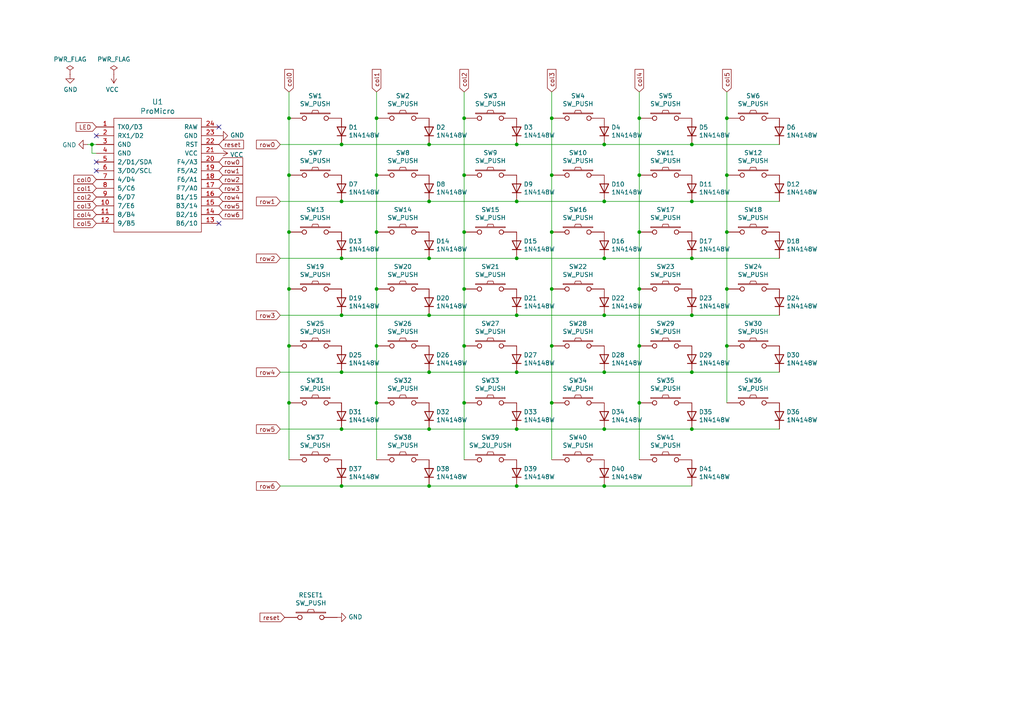
<source format=kicad_sch>
(kicad_sch (version 20230121) (generator eeschema)
  (paper "A4")
  (title_block (title "REVIUNG41") (date "2019-12-18") (rev "1.3"))
  (lib_symbols
    (symbol "Diode:1N4148W" (pin_numbers hide) (pin_names hide)
      (property "Reference" "D" (at 0 2.54 0))
      (property "Value" "1N4148W" (at 0 -2.54 0))
      (symbol "1N4148W_0_1"
        (polyline (pts (xy -1.27 1.27) (xy -1.27 -1.27)) (stroke (width 0.254)))
        (polyline (pts (xy 1.27 0) (xy -1.27 0)))
        (polyline (pts (xy 1.27 1.27) (xy 1.27 -1.27) (xy -1.27 0) (xy 1.27 1.27)) (stroke (width 0.254)))
      )
      (symbol "1N4148W_1_1"
        (pin passive line (at -3.81 0 0) (length 2.54) (name "K") (number "1"))
        (pin passive line (at 3.81 0 180) (length 2.54) (name "A") (number "2"))
      )
    )
    (symbol "power:GND" (power) (pin_names (offset 0))
      (property "Value" "GND" (at 0 -3.81 0))
      (symbol "GND_0_1"
        (polyline (pts (xy 0 0) (xy 0 -1.27) (xy 1.27 -1.27) (xy 0 -2.54) (xy -1.27 -1.27) (xy 0 -1.27)))
      )
      (symbol "GND_1_1"
        (pin power_in line (at 0 0 270) (length 0) hide (name "GND") (number "1"))
      )
    )
    (symbol "power:PWR_FLAG" (power) (pin_numbers hide) (pin_names (offset 0) hide)
      (property "Value" "PWR_FLAG" (at 0 3.81 0))
      (symbol "PWR_FLAG_0_0"
        (pin power_out line (at 0 0 90) (length 0) (name "pwr") (number "1"))
      )
      (symbol "PWR_FLAG_0_1"
        (polyline (pts (xy 0 0) (xy 0 1.27) (xy -1.016 1.905) (xy 0 2.54) (xy 1.016 1.905) (xy 0 1.27)))
      )
    )
    (symbol "power:VCC" (power) (pin_names (offset 0))
      (property "Value" "VCC" (at 0 3.81 0))
      (symbol "VCC_0_1"
        (polyline (pts (xy -0.762 1.27) (xy 0 2.54)))
        (polyline (pts (xy 0 0) (xy 0 2.54)))
        (polyline (pts (xy 0 2.54) (xy 0.762 1.27)))
      )
      (symbol "VCC_1_1"
        (pin power_in line (at 0 0 90) (length 0) hide (name "VCC") (number "1"))
      )
    )
    (symbol "reviungdash-rescue:ProMicro-_reviung-kbd" (pin_names (offset 1.016))
      (property "Reference" "U" (at 0 24.13 0))
      (property "Value" "_reviung-kbd_ProMicro" (at 0 -13.97 0))
      (symbol "ProMicro-_reviung-kbd_0_1"
        (rectangle (start -12.7 21.59) (end 12.7 -11.43))
      )
      (symbol "ProMicro-_reviung-kbd_1_1"
        (pin bidirectional line (at -17.78 19.05 0) (length 5.08) (name "TX0/D3") (number "1"))
        (pin bidirectional line (at -17.78 -3.81 0) (length 5.08) (name "7/E6") (number "10"))
        (pin bidirectional line (at -17.78 -6.35 0) (length 5.08) (name "8/B4") (number "11"))
        (pin bidirectional line (at -17.78 -8.89 0) (length 5.08) (name "9/B5") (number "12"))
        (pin bidirectional line (at 17.78 -8.89 180) (length 5.08) (name "B6/10") (number "13"))
        (pin bidirectional line (at 17.78 -6.35 180) (length 5.08) (name "B2/16") (number "14"))
        (pin bidirectional line (at 17.78 -3.81 180) (length 5.08) (name "B3/14") (number "15"))
        (pin bidirectional line (at 17.78 -1.27 180) (length 5.08) (name "B1/15") (number "16"))
        (pin bidirectional line (at 17.78 1.27 180) (length 5.08) (name "F7/A0") (number "17"))
        (pin bidirectional line (at 17.78 3.81 180) (length 5.08) (name "F6/A1") (number "18"))
        (pin bidirectional line (at 17.78 6.35 180) (length 5.08) (name "F5/A2") (number "19"))
        (pin bidirectional line (at -17.78 16.51 0) (length 5.08) (name "RX1/D2") (number "2"))
        (pin bidirectional line (at 17.78 8.89 180) (length 5.08) (name "F4/A3") (number "20"))
        (pin power_in line (at 17.78 11.43 180) (length 5.08) (name "VCC") (number "21"))
        (pin input line (at 17.78 13.97 180) (length 5.08) (name "RST") (number "22"))
        (pin power_in line (at 17.78 16.51 180) (length 5.08) (name "GND") (number "23"))
        (pin power_out line (at 17.78 19.05 180) (length 5.08) (name "RAW") (number "24"))
        (pin power_in line (at -17.78 13.97 0) (length 5.08) (name "GND") (number "3"))
        (pin power_in line (at -17.78 11.43 0) (length 5.08) (name "GND") (number "4"))
        (pin bidirectional line (at -17.78 8.89 0) (length 5.08) (name "2/D1/SDA") (number "5"))
        (pin bidirectional line (at -17.78 6.35 0) (length 5.08) (name "3/D0/SCL") (number "6"))
        (pin bidirectional line (at -17.78 3.81 0) (length 5.08) (name "4/D4") (number "7"))
        (pin bidirectional line (at -17.78 1.27 0) (length 5.08) (name "5/C6") (number "8"))
        (pin bidirectional line (at -17.78 -1.27 0) (length 5.08) (name "6/D7") (number "9"))
      )
    )
    (symbol "reviungdash-rescue:SW_PUSH-_reviung-kbd" (pin_numbers hide) (pin_names (offset 1.016) hide)
      (property "Reference" "SW" (at 3.81 2.794 0))
      (property "Value" "_reviung-kbd_SW_PUSH" (at 0 -2.032 0))
      (symbol "SW_PUSH-_reviung-kbd_0_1"
        (rectangle (start -4.318 1.27) (end 4.318 1.524))
        (polyline (pts (xy -1.016 1.524) (xy -0.762 2.286) (xy 0.762 2.286) (xy 1.016 1.524)))
        (pin passive inverted (at -7.62 0 0) (length 5.08) (name "1") (number "1"))
        (pin passive inverted (at 7.62 0 180) (length 5.08) (name "2") (number "2"))
      )
    )
  )
  (junction (at 109.22 67.31))
  (junction (at 210.82 100.33))
  (junction (at 175.26 91.44))
  (junction (at 185.42 83.82))
  (junction (at 134.62 100.33))
  (junction (at 149.86 41.91))
  (junction (at 124.46 140.97))
  (junction (at 149.86 91.44))
  (junction (at 99.06 140.97))
  (junction (at 200.66 107.95))
  (junction (at 99.06 124.46))
  (junction (at 134.62 34.29))
  (junction (at 185.42 116.84))
  (junction (at 124.46 107.95))
  (junction (at 185.42 50.8))
  (junction (at 149.86 124.46))
  (junction (at 185.42 67.31))
  (junction (at 200.66 58.42))
  (junction (at 134.62 83.82))
  (junction (at 175.26 124.46))
  (junction (at 124.46 74.93))
  (junction (at 210.82 67.31))
  (junction (at 200.66 91.44))
  (junction (at 109.22 100.33))
  (junction (at 134.62 67.31))
  (junction (at 200.66 41.91))
  (junction (at 109.22 50.8))
  (junction (at 149.86 74.93))
  (junction (at 99.06 41.91))
  (junction (at 175.26 74.93))
  (junction (at 160.02 67.31))
  (junction (at 160.02 50.8))
  (junction (at 160.02 34.29))
  (junction (at 175.26 58.42))
  (junction (at 83.82 83.82))
  (junction (at 160.02 116.84))
  (junction (at 109.22 116.84))
  (junction (at 210.82 34.29))
  (junction (at 185.42 100.33))
  (junction (at 83.82 50.8))
  (junction (at 26.67 41.91))
  (junction (at 160.02 100.33))
  (junction (at 175.26 41.91))
  (junction (at 83.82 34.29))
  (junction (at 124.46 91.44))
  (junction (at 109.22 34.29))
  (junction (at 124.46 58.42))
  (junction (at 83.82 67.31))
  (junction (at 99.06 91.44))
  (junction (at 109.22 83.82))
  (junction (at 175.26 107.95))
  (junction (at 210.82 83.82))
  (junction (at 149.86 140.97))
  (junction (at 149.86 107.95))
  (junction (at 99.06 58.42))
  (junction (at 99.06 74.93))
  (junction (at 99.06 107.95))
  (junction (at 124.46 124.46))
  (junction (at 83.82 116.84))
  (junction (at 160.02 83.82))
  (junction (at 185.42 34.29))
  (junction (at 149.86 58.42))
  (junction (at 200.66 124.46))
  (junction (at 210.82 50.8))
  (junction (at 124.46 41.91))
  (junction (at 175.26 140.97))
  (junction (at 134.62 116.84))
  (junction (at 134.62 50.8))
  (junction (at 83.82 100.33))
  (junction (at 200.66 74.93))
  (no_connect (at 27.94 46.99))
  (no_connect (at 63.5 64.77))
  (no_connect (at 27.94 49.53))
  (no_connect (at 63.5 36.83))
  (no_connect (at 27.94 39.37))
  (wire (pts (xy 210.82 34.29) (xy 210.82 50.8)))
  (wire (pts (xy 134.62 50.8) (xy 134.62 67.31)))
  (wire (pts (xy 81.28 140.97) (xy 99.06 140.97)))
  (wire (pts (xy 83.82 116.84) (xy 83.82 133.35)))
  (wire (pts (xy 200.66 74.93) (xy 226.06 74.93)))
  (wire (pts (xy 124.46 58.42) (xy 149.86 58.42)))
  (wire (pts (xy 200.66 124.46) (xy 226.06 124.46)))
  (wire (pts (xy 134.62 26.67) (xy 134.62 34.29)))
  (wire (pts (xy 175.26 91.44) (xy 200.66 91.44)))
  (wire (pts (xy 200.66 41.91) (xy 226.06 41.91)))
  (wire (pts (xy 134.62 34.29) (xy 134.62 50.8)))
  (wire (pts (xy 109.22 50.8) (xy 109.22 67.31)))
  (wire (pts (xy 200.66 91.44) (xy 226.06 91.44)))
  (wire (pts (xy 134.62 83.82) (xy 134.62 100.33)))
  (wire (pts (xy 160.02 67.31) (xy 160.02 83.82)))
  (wire (pts (xy 210.82 83.82) (xy 210.82 100.33)))
  (wire (pts (xy 83.82 100.33) (xy 83.82 116.84)))
  (wire (pts (xy 149.86 58.42) (xy 175.26 58.42)))
  (wire (pts (xy 134.62 100.33) (xy 134.62 116.84)))
  (wire (pts (xy 160.02 34.29) (xy 160.02 50.8)))
  (wire (pts (xy 149.86 41.91) (xy 175.26 41.91)))
  (wire (pts (xy 124.46 41.91) (xy 149.86 41.91)))
  (wire (pts (xy 200.66 107.95) (xy 226.06 107.95)))
  (wire (pts (xy 175.26 58.42) (xy 200.66 58.42)))
  (wire (pts (xy 81.28 107.95) (xy 99.06 107.95)))
  (wire (pts (xy 109.22 26.67) (xy 109.22 34.29)))
  (wire (pts (xy 185.42 50.8) (xy 185.42 67.31)))
  (wire (pts (xy 99.06 41.91) (xy 124.46 41.91)))
  (wire (pts (xy 109.22 83.82) (xy 109.22 100.33)))
  (wire (pts (xy 160.02 50.8) (xy 160.02 67.31)))
  (wire (pts (xy 185.42 83.82) (xy 185.42 100.33)))
  (wire (pts (xy 81.28 91.44) (xy 99.06 91.44)))
  (wire (pts (xy 83.82 83.82) (xy 83.82 100.33)))
  (wire (pts (xy 83.82 50.8) (xy 83.82 67.31)))
  (wire (pts (xy 134.62 67.31) (xy 134.62 83.82)))
  (wire (pts (xy 109.22 34.29) (xy 109.22 50.8)))
  (wire (pts (xy 124.46 140.97) (xy 149.86 140.97)))
  (wire (pts (xy 210.82 26.67) (xy 210.82 34.29)))
  (wire (pts (xy 160.02 26.67) (xy 160.02 34.29)))
  (wire (pts (xy 149.86 91.44) (xy 175.26 91.44)))
  (wire (pts (xy 81.28 58.42) (xy 99.06 58.42)))
  (wire (pts (xy 99.06 107.95) (xy 124.46 107.95)))
  (wire (pts (xy 124.46 91.44) (xy 149.86 91.44)))
  (wire (pts (xy 185.42 116.84) (xy 185.42 133.35)))
  (wire (pts (xy 83.82 67.31) (xy 83.82 83.82)))
  (wire (pts (xy 185.42 26.67) (xy 185.42 34.29)))
  (wire (pts (xy 134.62 116.84) (xy 134.62 133.35)))
  (wire (pts (xy 185.42 100.33) (xy 185.42 116.84)))
  (wire (pts (xy 210.82 67.31) (xy 210.82 83.82)))
  (wire (pts (xy 81.28 124.46) (xy 99.06 124.46)))
  (wire (pts (xy 124.46 107.95) (xy 149.86 107.95)))
  (wire (pts (xy 109.22 100.33) (xy 109.22 116.84)))
  (wire (pts (xy 81.28 41.91) (xy 99.06 41.91)))
  (wire (pts (xy 99.06 58.42) (xy 124.46 58.42)))
  (wire (pts (xy 27.94 41.91) (xy 26.67 41.91)))
  (wire (pts (xy 99.06 140.97) (xy 124.46 140.97)))
  (wire (pts (xy 175.26 41.91) (xy 200.66 41.91)))
  (wire (pts (xy 149.86 124.46) (xy 175.26 124.46)))
  (wire (pts (xy 99.06 74.93) (xy 124.46 74.93)))
  (wire (pts (xy 26.67 44.45) (xy 26.67 41.91)))
  (wire (pts (xy 26.67 41.91) (xy 25.4 41.91)))
  (wire (pts (xy 175.26 140.97) (xy 200.66 140.97)))
  (wire (pts (xy 99.06 124.46) (xy 124.46 124.46)))
  (wire (pts (xy 210.82 50.8) (xy 210.82 67.31)))
  (wire (pts (xy 99.06 91.44) (xy 124.46 91.44)))
  (wire (pts (xy 175.26 74.93) (xy 200.66 74.93)))
  (wire (pts (xy 109.22 67.31) (xy 109.22 83.82)))
  (wire (pts (xy 200.66 58.42) (xy 226.06 58.42)))
  (wire (pts (xy 185.42 67.31) (xy 185.42 83.82)))
  (wire (pts (xy 149.86 74.93) (xy 175.26 74.93)))
  (wire (pts (xy 175.26 107.95) (xy 200.66 107.95)))
  (wire (pts (xy 160.02 116.84) (xy 160.02 133.35)))
  (wire (pts (xy 160.02 100.33) (xy 160.02 116.84)))
  (wire (pts (xy 124.46 124.46) (xy 149.86 124.46)))
  (wire (pts (xy 109.22 116.84) (xy 109.22 133.35)))
  (wire (pts (xy 149.86 107.95) (xy 175.26 107.95)))
  (wire (pts (xy 149.86 140.97) (xy 175.26 140.97)))
  (wire (pts (xy 175.26 124.46) (xy 200.66 124.46)))
  (wire (pts (xy 210.82 116.84) (xy 210.82 100.33)))
  (wire (pts (xy 185.42 34.29) (xy 185.42 50.8)))
  (wire (pts (xy 83.82 26.67) (xy 83.82 34.29)))
  (wire (pts (xy 83.82 34.29) (xy 83.82 50.8)))
  (wire (pts (xy 81.28 74.93) (xy 99.06 74.93)))
  (wire (pts (xy 27.94 44.45) (xy 26.67 44.45)))
  (wire (pts (xy 160.02 83.82) (xy 160.02 100.33)))
  (wire (pts (xy 124.46 74.93) (xy 149.86 74.93)))
  (global_label "col1" (shape input) (at 27.94 54.61 180) (property "Intersheetrefs" "${INTERSHEET_REFS}" (effects hide)))
  (global_label "col3" (shape input) (at 27.94 59.69 180) (property "Intersheetrefs" "${INTERSHEET_REFS}" (effects hide)))
  (global_label "row5" (shape input) (at 63.5 59.69 0) (property "Intersheetrefs" "${INTERSHEET_REFS}" (effects hide)))
  (global_label "row6" (shape input) (at 81.28 140.97 180) (property "Intersheetrefs" "${INTERSHEET_REFS}" (effects hide)))
  (global_label "col4" (shape input) (at 27.94 62.23 180) (property "Intersheetrefs" "${INTERSHEET_REFS}" (effects hide)))
  (global_label "reset" (shape input) (at 82.55 179.07 180) (property "Intersheetrefs" "${INTERSHEET_REFS}" (effects hide)))
  (global_label "row0" (shape input) (at 81.28 41.91 180) (property "Intersheetrefs" "${INTERSHEET_REFS}" (effects hide)))
  (global_label "col5" (shape input) (at 27.94 64.77 180) (property "Intersheetrefs" "${INTERSHEET_REFS}" (effects hide)))
  (global_label "reset" (shape input) (at 63.5 41.91 0) (property "Intersheetrefs" "${INTERSHEET_REFS}" (effects hide)))
  (global_label "row6" (shape input) (at 63.5 62.23 0) (property "Intersheetrefs" "${INTERSHEET_REFS}" (effects hide)))
  (global_label "col4" (shape input) (at 185.42 26.67 90) (property "Intersheetrefs" "${INTERSHEET_REFS}" (effects hide)))
  (global_label "col3" (shape input) (at 160.02 26.67 90) (property "Intersheetrefs" "${INTERSHEET_REFS}" (effects hide)))
  (global_label "row4" (shape input) (at 81.28 107.95 180) (property "Intersheetrefs" "${INTERSHEET_REFS}" (effects hide)))
  (global_label "row1" (shape input) (at 63.5 49.53 0) (property "Intersheetrefs" "${INTERSHEET_REFS}" (effects hide)))
  (global_label "col0" (shape input) (at 27.94 52.07 180) (property "Intersheetrefs" "${INTERSHEET_REFS}" (effects hide)))
  (global_label "row3" (shape input) (at 63.5 54.61 0) (property "Intersheetrefs" "${INTERSHEET_REFS}" (effects hide)))
  (global_label "row2" (shape input) (at 63.5 52.07 0) (property "Intersheetrefs" "${INTERSHEET_REFS}" (effects hide)))
  (global_label "col2" (shape input) (at 27.94 57.15 180) (property "Intersheetrefs" "${INTERSHEET_REFS}" (effects hide)))
  (global_label "row5" (shape input) (at 81.28 124.46 180) (property "Intersheetrefs" "${INTERSHEET_REFS}" (effects hide)))
  (global_label "row1" (shape input) (at 81.28 58.42 180) (property "Intersheetrefs" "${INTERSHEET_REFS}" (effects hide)))
  (global_label "col0" (shape input) (at 83.82 26.67 90) (property "Intersheetrefs" "${INTERSHEET_REFS}" (effects hide)))
  (global_label "row4" (shape input) (at 63.5 57.15 0) (property "Intersheetrefs" "${INTERSHEET_REFS}" (effects hide)))
  (global_label "col5" (shape input) (at 210.82 26.67 90) (property "Intersheetrefs" "${INTERSHEET_REFS}" (effects hide)))
  (global_label "row0" (shape input) (at 63.5 46.99 0) (property "Intersheetrefs" "${INTERSHEET_REFS}" (effects hide)))
  (global_label "LED" (shape input) (at 27.94 36.83 180) (property "Intersheetrefs" "${INTERSHEET_REFS}" (effects hide)))
  (global_label "col2" (shape input) (at 134.62 26.67 90) (property "Intersheetrefs" "${INTERSHEET_REFS}" (effects hide)))
  (global_label "row3" (shape input) (at 81.28 91.44 180) (property "Intersheetrefs" "${INTERSHEET_REFS}" (effects hide)))
  (global_label "col1" (shape input) (at 109.22 26.67 90) (property "Intersheetrefs" "${INTERSHEET_REFS}" (effects hide)))
  (global_label "row2" (shape input) (at 81.28 74.93 180) (property "Intersheetrefs" "${INTERSHEET_REFS}" (effects hide)))
  (symbol (lib_id "power:PWR_FLAG") (at 20.32 21.59 0) (unit 1)
    (property "Reference" "#FLG01" (effects hide))
    (property "Value" "PWR_FLAG" (at 20.32 17.1958 0))
  )
  (symbol (lib_id "power:GND") (at 20.32 21.59 0) (unit 1)
    (property "Reference" "#PWR01" (effects hide))
    (property "Value" "GND" (at 20.447 25.9842 0))
  )
  (symbol (lib_id "power:PWR_FLAG") (at 33.02 21.59 0) (unit 1)
    (property "Reference" "#FLG02" (effects hide))
    (property "Value" "PWR_FLAG" (at 33.02 17.1958 0))
  )
  (symbol (lib_id "power:VCC") (at 33.02 21.59 180) (unit 1)
    (property "Reference" "#PWR02" (effects hide))
    (property "Value" "VCC" (at 32.5628 25.9842 0))
  )
  (symbol (lib_id "reviungdash-rescue:ProMicro-_reviung-kbd") (at 45.72 55.88 0) (unit 1)
    (property "Reference" "U1" (at 45.72 29.5402 0) (effects (font (size 1.524 1.524))))
    (property "Value" "ProMicro" (at 45.72 32.2326 0) (effects (font (size 1.524 1.524))))
    (property "Footprint" "_reviung-kbd:ProMicro" (effects hide))
  )
  (symbol (lib_id "power:GND") (at 63.5 39.37 90) (unit 1)
    (property "Reference" "#PWR03" (effects hide))
    (property "Value" "GND" (at 66.7512 39.243 90) (effects (justify right)))
  )
  (symbol (lib_id "power:VCC") (at 63.5 44.45 270) (unit 1)
    (property "Reference" "#PWR05" (effects hide))
    (property "Value" "VCC" (at 66.7512 44.8818 90) (effects (justify left)))
  )
  (symbol (lib_id "power:GND") (at 25.4 41.91 270) (unit 1)
    (property "Reference" "#PWR04" (effects hide))
    (property "Value" "GND" (at 22.1488 42.037 90) (effects (justify right)))
  )
  (symbol (lib_id "reviungdash-rescue:SW_PUSH-_reviung-kbd") (at 91.44 34.29 0) (unit 1)
    (property "Reference" "SW1" (at 91.44 27.813 0))
    (property "Value" "SW_PUSH" (at 91.44 30.1244 0))
    (property "Footprint" "_reviung-kbd:MXOnly-1U-Hotswap" (effects hide))
  )
  (symbol (lib_id "Diode:1N4148W") (at 99.06 38.1 90) (unit 1)
    (property "Reference" "D1" (at 101.092 36.9316 90) (effects (justify right)))
    (property "Value" "1N4148W" (at 101.092 39.243 90) (effects (justify right)))
    (property "Footprint" "_reviung-kbd:D3_SMD_1side" (effects hide))
    (property "Datasheet" "https://www.vishay.com/docs/85748/1n4148w.pdf" (effects hide))
  )
  (symbol (lib_id "reviungdash-rescue:SW_PUSH-_reviung-kbd") (at 116.84 34.29 0) (unit 1)
    (property "Reference" "SW2" (at 116.84 27.813 0))
    (property "Value" "SW_PUSH" (at 116.84 30.1244 0))
    (property "Footprint" "_reviung-kbd:MXOnly-1U-Hotswap" (effects hide))
  )
  (symbol (lib_id "Diode:1N4148W") (at 124.46 38.1 90) (unit 1)
    (property "Reference" "D2" (at 126.492 36.9316 90) (effects (justify right)))
    (property "Value" "1N4148W" (at 126.492 39.243 90) (effects (justify right)))
    (property "Footprint" "_reviung-kbd:D3_SMD_1side" (effects hide))
    (property "Datasheet" "https://www.vishay.com/docs/85748/1n4148w.pdf" (effects hide))
  )
  (symbol (lib_id "reviungdash-rescue:SW_PUSH-_reviung-kbd") (at 142.24 34.29 0) (unit 1)
    (property "Reference" "SW3" (at 142.24 27.813 0))
    (property "Value" "SW_PUSH" (at 142.24 30.1244 0))
    (property "Footprint" "_reviung-kbd:MXOnly-1U-Hotswap" (effects hide))
  )
  (symbol (lib_id "Diode:1N4148W") (at 149.86 38.1 90) (unit 1)
    (property "Reference" "D3" (at 151.892 36.9316 90) (effects (justify right)))
    (property "Value" "1N4148W" (at 151.892 39.243 90) (effects (justify right)))
    (property "Footprint" "_reviung-kbd:D3_SMD_1side" (effects hide))
    (property "Datasheet" "https://www.vishay.com/docs/85748/1n4148w.pdf" (effects hide))
  )
  (symbol (lib_id "reviungdash-rescue:SW_PUSH-_reviung-kbd") (at 167.64 34.29 0) (unit 1)
    (property "Reference" "SW4" (at 167.64 27.813 0))
    (property "Value" "SW_PUSH" (at 167.64 30.1244 0))
    (property "Footprint" "_reviung-kbd:MXOnly-1U-Hotswap" (effects hide))
  )
  (symbol (lib_id "Diode:1N4148W") (at 175.26 38.1 90) (unit 1)
    (property "Reference" "D4" (at 177.292 36.9316 90) (effects (justify right)))
    (property "Value" "1N4148W" (at 177.292 39.243 90) (effects (justify right)))
    (property "Footprint" "_reviung-kbd:D3_SMD_1side" (effects hide))
    (property "Datasheet" "https://www.vishay.com/docs/85748/1n4148w.pdf" (effects hide))
  )
  (symbol (lib_id "reviungdash-rescue:SW_PUSH-_reviung-kbd") (at 193.04 34.29 0) (unit 1)
    (property "Reference" "SW5" (at 193.04 27.813 0))
    (property "Value" "SW_PUSH" (at 193.04 30.1244 0))
    (property "Footprint" "_reviung-kbd:MXOnly-1U-Hotswap" (effects hide))
  )
  (symbol (lib_id "Diode:1N4148W") (at 200.66 38.1 90) (unit 1)
    (property "Reference" "D5" (at 202.692 36.9316 90) (effects (justify right)))
    (property "Value" "1N4148W" (at 202.692 39.243 90) (effects (justify right)))
    (property "Footprint" "_reviung-kbd:D3_SMD_1side" (effects hide))
    (property "Datasheet" "https://www.vishay.com/docs/85748/1n4148w.pdf" (effects hide))
  )
  (symbol (lib_id "reviungdash-rescue:SW_PUSH-_reviung-kbd") (at 218.44 34.29 0) (unit 1)
    (property "Reference" "SW6" (at 218.44 27.813 0))
    (property "Value" "SW_PUSH" (at 218.44 30.1244 0))
    (property "Footprint" "_reviung-kbd:MXOnly-1U-Hotswap" (effects hide))
  )
  (symbol (lib_id "Diode:1N4148W") (at 226.06 38.1 90) (unit 1)
    (property "Reference" "D6" (at 228.092 36.9316 90) (effects (justify right)))
    (property "Value" "1N4148W" (at 228.092 39.243 90) (effects (justify right)))
    (property "Footprint" "_reviung-kbd:D3_SMD_1side" (effects hide))
    (property "Datasheet" "https://www.vishay.com/docs/85748/1n4148w.pdf" (effects hide))
  )
  (symbol (lib_id "Diode:1N4148W") (at 175.26 54.61 90) (unit 1)
    (property "Reference" "D10" (at 177.292 53.4416 90) (effects (justify right)))
    (property "Value" "1N4148W" (at 177.292 55.753 90) (effects (justify right)))
    (property "Footprint" "_reviung-kbd:D3_SMD_1side" (effects hide))
    (property "Datasheet" "https://www.vishay.com/docs/85748/1n4148w.pdf" (effects hide))
  )
  (symbol (lib_id "reviungdash-rescue:SW_PUSH-_reviung-kbd") (at 167.64 50.8 0) (unit 1)
    (property "Reference" "SW10" (at 167.64 44.323 0))
    (property "Value" "SW_PUSH" (at 167.64 46.6344 0))
    (property "Footprint" "_reviung-kbd:MXOnly-1U-Hotswap" (effects hide))
  )
  (symbol (lib_id "Diode:1N4148W") (at 149.86 54.61 90) (unit 1)
    (property "Reference" "D9" (at 151.892 53.4416 90) (effects (justify right)))
    (property "Value" "1N4148W" (at 151.892 55.753 90) (effects (justify right)))
    (property "Footprint" "_reviung-kbd:D3_SMD_1side" (effects hide))
    (property "Datasheet" "https://www.vishay.com/docs/85748/1n4148w.pdf" (effects hide))
  )
  (symbol (lib_id "reviungdash-rescue:SW_PUSH-_reviung-kbd") (at 142.24 50.8 0) (unit 1)
    (property "Reference" "SW9" (at 142.24 44.323 0))
    (property "Value" "SW_PUSH" (at 142.24 46.6344 0))
    (property "Footprint" "_reviung-kbd:MXOnly-1U-Hotswap" (effects hide))
  )
  (symbol (lib_id "Diode:1N4148W") (at 124.46 54.61 90) (unit 1)
    (property "Reference" "D8" (at 126.492 53.4416 90) (effects (justify right)))
    (property "Value" "1N4148W" (at 126.492 55.753 90) (effects (justify right)))
    (property "Footprint" "_reviung-kbd:D3_SMD_1side" (effects hide))
    (property "Datasheet" "https://www.vishay.com/docs/85748/1n4148w.pdf" (effects hide))
  )
  (symbol (lib_id "reviungdash-rescue:SW_PUSH-_reviung-kbd") (at 116.84 50.8 0) (unit 1)
    (property "Reference" "SW8" (at 116.84 44.323 0))
    (property "Value" "SW_PUSH" (at 116.84 46.6344 0))
    (property "Footprint" "_reviung-kbd:MXOnly-1U-Hotswap" (effects hide))
  )
  (symbol (lib_id "Diode:1N4148W") (at 99.06 54.61 90) (unit 1)
    (property "Reference" "D7" (at 101.092 53.4416 90) (effects (justify right)))
    (property "Value" "1N4148W" (at 101.092 55.753 90) (effects (justify right)))
    (property "Footprint" "_reviung-kbd:D3_SMD_1side" (effects hide))
    (property "Datasheet" "https://www.vishay.com/docs/85748/1n4148w.pdf" (effects hide))
  )
  (symbol (lib_id "reviungdash-rescue:SW_PUSH-_reviung-kbd") (at 91.44 50.8 0) (unit 1)
    (property "Reference" "SW7" (at 91.44 44.323 0))
    (property "Value" "SW_PUSH" (at 91.44 46.6344 0))
    (property "Footprint" "_reviung-kbd:MXOnly-1U-Hotswap" (effects hide))
  )
  (symbol (lib_id "reviungdash-rescue:SW_PUSH-_reviung-kbd") (at 193.04 50.8 0) (unit 1)
    (property "Reference" "SW11" (at 193.04 44.323 0))
    (property "Value" "SW_PUSH" (at 193.04 46.6344 0))
    (property "Footprint" "_reviung-kbd:MXOnly-1U-Hotswap" (effects hide))
  )
  (symbol (lib_id "Diode:1N4148W") (at 200.66 54.61 90) (unit 1)
    (property "Reference" "D11" (at 202.692 53.4416 90) (effects (justify right)))
    (property "Value" "1N4148W" (at 202.692 55.753 90) (effects (justify right)))
    (property "Footprint" "_reviung-kbd:D3_SMD_1side" (effects hide))
    (property "Datasheet" "https://www.vishay.com/docs/85748/1n4148w.pdf" (effects hide))
  )
  (symbol (lib_id "reviungdash-rescue:SW_PUSH-_reviung-kbd") (at 218.44 50.8 0) (unit 1)
    (property "Reference" "SW12" (at 218.44 44.323 0))
    (property "Value" "SW_PUSH" (at 218.44 46.6344 0))
    (property "Footprint" "_reviung-kbd:MXOnly-1U-Hotswap" (effects hide))
  )
  (symbol (lib_id "Diode:1N4148W") (at 226.06 54.61 90) (unit 1)
    (property "Reference" "D12" (at 228.092 53.4416 90) (effects (justify right)))
    (property "Value" "1N4148W" (at 228.092 55.753 90) (effects (justify right)))
    (property "Footprint" "_reviung-kbd:D3_SMD_1side" (effects hide))
    (property "Datasheet" "https://www.vishay.com/docs/85748/1n4148w.pdf" (effects hide))
  )
  (symbol (lib_id "Diode:1N4148W") (at 175.26 71.12 90) (unit 1)
    (property "Reference" "D16" (at 177.292 69.9516 90) (effects (justify right)))
    (property "Value" "1N4148W" (at 177.292 72.263 90) (effects (justify right)))
    (property "Footprint" "_reviung-kbd:D3_SMD_1side" (effects hide))
    (property "Datasheet" "https://www.vishay.com/docs/85748/1n4148w.pdf" (effects hide))
  )
  (symbol (lib_id "reviungdash-rescue:SW_PUSH-_reviung-kbd") (at 167.64 67.31 0) (unit 1)
    (property "Reference" "SW16" (at 167.64 60.833 0))
    (property "Value" "SW_PUSH" (at 167.64 63.1444 0))
    (property "Footprint" "_reviung-kbd:MXOnly-1U-Hotswap" (effects hide))
  )
  (symbol (lib_id "Diode:1N4148W") (at 149.86 71.12 90) (unit 1)
    (property "Reference" "D15" (at 151.892 69.9516 90) (effects (justify right)))
    (property "Value" "1N4148W" (at 151.892 72.263 90) (effects (justify right)))
    (property "Footprint" "_reviung-kbd:D3_SMD_1side" (effects hide))
    (property "Datasheet" "https://www.vishay.com/docs/85748/1n4148w.pdf" (effects hide))
  )
  (symbol (lib_id "reviungdash-rescue:SW_PUSH-_reviung-kbd") (at 142.24 67.31 0) (unit 1)
    (property "Reference" "SW15" (at 142.24 60.833 0))
    (property "Value" "SW_PUSH" (at 142.24 63.1444 0))
    (property "Footprint" "_reviung-kbd:MXOnly-1U-Hotswap" (effects hide))
  )
  (symbol (lib_id "Diode:1N4148W") (at 124.46 71.12 90) (unit 1)
    (property "Reference" "D14" (at 126.492 69.9516 90) (effects (justify right)))
    (property "Value" "1N4148W" (at 126.492 72.263 90) (effects (justify right)))
    (property "Footprint" "_reviung-kbd:D3_SMD_1side" (effects hide))
    (property "Datasheet" "https://www.vishay.com/docs/85748/1n4148w.pdf" (effects hide))
  )
  (symbol (lib_id "reviungdash-rescue:SW_PUSH-_reviung-kbd") (at 116.84 67.31 0) (unit 1)
    (property "Reference" "SW14" (at 116.84 60.833 0))
    (property "Value" "SW_PUSH" (at 116.84 63.1444 0))
    (property "Footprint" "_reviung-kbd:MXOnly-1U-Hotswap" (effects hide))
  )
  (symbol (lib_id "Diode:1N4148W") (at 99.06 71.12 90) (unit 1)
    (property "Reference" "D13" (at 101.092 69.9516 90) (effects (justify right)))
    (property "Value" "1N4148W" (at 101.092 72.263 90) (effects (justify right)))
    (property "Footprint" "_reviung-kbd:D3_SMD_1side" (effects hide))
    (property "Datasheet" "https://www.vishay.com/docs/85748/1n4148w.pdf" (effects hide))
  )
  (symbol (lib_id "reviungdash-rescue:SW_PUSH-_reviung-kbd") (at 91.44 67.31 0) (unit 1)
    (property "Reference" "SW13" (at 91.44 60.833 0))
    (property "Value" "SW_PUSH" (at 91.44 63.1444 0))
    (property "Footprint" "_reviung-kbd:MXOnly-1U-Hotswap" (effects hide))
  )
  (symbol (lib_id "reviungdash-rescue:SW_PUSH-_reviung-kbd") (at 193.04 67.31 0) (unit 1)
    (property "Reference" "SW17" (at 193.04 60.833 0))
    (property "Value" "SW_PUSH" (at 193.04 63.1444 0))
    (property "Footprint" "_reviung-kbd:MXOnly-1U-Hotswap" (effects hide))
  )
  (symbol (lib_id "Diode:1N4148W") (at 200.66 71.12 90) (unit 1)
    (property "Reference" "D17" (at 202.692 69.9516 90) (effects (justify right)))
    (property "Value" "1N4148W" (at 202.692 72.263 90) (effects (justify right)))
    (property "Footprint" "_reviung-kbd:D3_SMD_1side" (effects hide))
    (property "Datasheet" "https://www.vishay.com/docs/85748/1n4148w.pdf" (effects hide))
  )
  (symbol (lib_id "reviungdash-rescue:SW_PUSH-_reviung-kbd") (at 218.44 67.31 0) (unit 1)
    (property "Reference" "SW18" (at 218.44 60.833 0))
    (property "Value" "SW_PUSH" (at 218.44 63.1444 0))
    (property "Footprint" "_reviung-kbd:MXOnly-1U-Hotswap" (effects hide))
  )
  (symbol (lib_id "Diode:1N4148W") (at 226.06 71.12 90) (unit 1)
    (property "Reference" "D18" (at 228.092 69.9516 90) (effects (justify right)))
    (property "Value" "1N4148W" (at 228.092 72.263 90) (effects (justify right)))
    (property "Footprint" "_reviung-kbd:D3_SMD_1side" (effects hide))
    (property "Datasheet" "https://www.vishay.com/docs/85748/1n4148w.pdf" (effects hide))
  )
  (symbol (lib_id "Diode:1N4148W") (at 175.26 87.63 90) (unit 1)
    (property "Reference" "D22" (at 177.292 86.4616 90) (effects (justify right)))
    (property "Value" "1N4148W" (at 177.292 88.773 90) (effects (justify right)))
    (property "Footprint" "_reviung-kbd:D3_SMD_1side" (effects hide))
    (property "Datasheet" "https://www.vishay.com/docs/85748/1n4148w.pdf" (effects hide))
  )
  (symbol (lib_id "reviungdash-rescue:SW_PUSH-_reviung-kbd") (at 167.64 83.82 0) (unit 1)
    (property "Reference" "SW22" (at 167.64 77.343 0))
    (property "Value" "SW_PUSH" (at 167.64 79.6544 0))
    (property "Footprint" "_reviung-kbd:MXOnly-1U-Hotswap" (effects hide))
  )
  (symbol (lib_id "Diode:1N4148W") (at 149.86 87.63 90) (unit 1)
    (property "Reference" "D21" (at 151.892 86.4616 90) (effects (justify right)))
    (property "Value" "1N4148W" (at 151.892 88.773 90) (effects (justify right)))
    (property "Footprint" "_reviung-kbd:D3_SMD_1side" (effects hide))
    (property "Datasheet" "https://www.vishay.com/docs/85748/1n4148w.pdf" (effects hide))
  )
  (symbol (lib_id "reviungdash-rescue:SW_PUSH-_reviung-kbd") (at 142.24 83.82 0) (unit 1)
    (property "Reference" "SW21" (at 142.24 77.343 0))
    (property "Value" "SW_PUSH" (at 142.24 79.6544 0))
    (property "Footprint" "_reviung-kbd:MXOnly-1U-Hotswap" (effects hide))
  )
  (symbol (lib_id "Diode:1N4148W") (at 124.46 87.63 90) (unit 1)
    (property "Reference" "D20" (at 126.492 86.4616 90) (effects (justify right)))
    (property "Value" "1N4148W" (at 126.492 88.773 90) (effects (justify right)))
    (property "Footprint" "_reviung-kbd:D3_SMD_1side" (effects hide))
    (property "Datasheet" "https://www.vishay.com/docs/85748/1n4148w.pdf" (effects hide))
  )
  (symbol (lib_id "reviungdash-rescue:SW_PUSH-_reviung-kbd") (at 116.84 83.82 0) (unit 1)
    (property "Reference" "SW20" (at 116.84 77.343 0))
    (property "Value" "SW_PUSH" (at 116.84 79.6544 0))
    (property "Footprint" "_reviung-kbd:MXOnly-1U-Hotswap" (effects hide))
  )
  (symbol (lib_id "Diode:1N4148W") (at 99.06 87.63 90) (unit 1)
    (property "Reference" "D19" (at 101.092 86.4616 90) (effects (justify right)))
    (property "Value" "1N4148W" (at 101.092 88.773 90) (effects (justify right)))
    (property "Footprint" "_reviung-kbd:D3_SMD_1side" (effects hide))
    (property "Datasheet" "https://www.vishay.com/docs/85748/1n4148w.pdf" (effects hide))
  )
  (symbol (lib_id "reviungdash-rescue:SW_PUSH-_reviung-kbd") (at 91.44 83.82 0) (unit 1)
    (property "Reference" "SW19" (at 91.44 77.343 0))
    (property "Value" "SW_PUSH" (at 91.44 79.6544 0))
    (property "Footprint" "_reviung-kbd:MXOnly-1U-Hotswap" (effects hide))
  )
  (symbol (lib_id "reviungdash-rescue:SW_PUSH-_reviung-kbd") (at 193.04 83.82 0) (unit 1)
    (property "Reference" "SW23" (at 193.04 77.343 0))
    (property "Value" "SW_PUSH" (at 193.04 79.6544 0))
    (property "Footprint" "_reviung-kbd:MXOnly-1U-Hotswap" (effects hide))
  )
  (symbol (lib_id "Diode:1N4148W") (at 200.66 87.63 90) (unit 1)
    (property "Reference" "D23" (at 202.692 86.4616 90) (effects (justify right)))
    (property "Value" "1N4148W" (at 202.692 88.773 90) (effects (justify right)))
    (property "Footprint" "_reviung-kbd:D3_SMD_1side" (effects hide))
    (property "Datasheet" "https://www.vishay.com/docs/85748/1n4148w.pdf" (effects hide))
  )
  (symbol (lib_id "reviungdash-rescue:SW_PUSH-_reviung-kbd") (at 218.44 83.82 0) (unit 1)
    (property "Reference" "SW24" (at 218.44 77.343 0))
    (property "Value" "SW_PUSH" (at 218.44 79.6544 0))
    (property "Footprint" "_reviung-kbd:MXOnly-1U-Hotswap" (effects hide))
  )
  (symbol (lib_id "Diode:1N4148W") (at 226.06 87.63 90) (unit 1)
    (property "Reference" "D24" (at 228.092 86.4616 90) (effects (justify right)))
    (property "Value" "1N4148W" (at 228.092 88.773 90) (effects (justify right)))
    (property "Footprint" "_reviung-kbd:D3_SMD_1side" (effects hide))
    (property "Datasheet" "https://www.vishay.com/docs/85748/1n4148w.pdf" (effects hide))
  )
  (symbol (lib_id "Diode:1N4148W") (at 175.26 104.14 90) (unit 1)
    (property "Reference" "D28" (at 177.292 102.9716 90) (effects (justify right)))
    (property "Value" "1N4148W" (at 177.292 105.283 90) (effects (justify right)))
    (property "Footprint" "_reviung-kbd:D3_SMD_1side" (effects hide))
    (property "Datasheet" "https://www.vishay.com/docs/85748/1n4148w.pdf" (effects hide))
  )
  (symbol (lib_id "reviungdash-rescue:SW_PUSH-_reviung-kbd") (at 167.64 100.33 0) (unit 1)
    (property "Reference" "SW28" (at 167.64 93.853 0))
    (property "Value" "SW_PUSH" (at 167.64 96.1644 0))
    (property "Footprint" "_reviung-kbd:MXOnly-1U-Hotswap" (effects hide))
  )
  (symbol (lib_id "Diode:1N4148W") (at 149.86 104.14 90) (unit 1)
    (property "Reference" "D27" (at 151.892 102.9716 90) (effects (justify right)))
    (property "Value" "1N4148W" (at 151.892 105.283 90) (effects (justify right)))
    (property "Footprint" "_reviung-kbd:D3_SMD_1side" (effects hide))
    (property "Datasheet" "https://www.vishay.com/docs/85748/1n4148w.pdf" (effects hide))
  )
  (symbol (lib_id "reviungdash-rescue:SW_PUSH-_reviung-kbd") (at 142.24 100.33 0) (unit 1)
    (property "Reference" "SW27" (at 142.24 93.853 0))
    (property "Value" "SW_PUSH" (at 142.24 96.1644 0))
    (property "Footprint" "_reviung-kbd:MXOnly-1U-Hotswap" (effects hide))
  )
  (symbol (lib_id "Diode:1N4148W") (at 124.46 104.14 90) (unit 1)
    (property "Reference" "D26" (at 126.492 102.9716 90) (effects (justify right)))
    (property "Value" "1N4148W" (at 126.492 105.283 90) (effects (justify right)))
    (property "Footprint" "_reviung-kbd:D3_SMD_1side" (effects hide))
    (property "Datasheet" "https://www.vishay.com/docs/85748/1n4148w.pdf" (effects hide))
  )
  (symbol (lib_id "reviungdash-rescue:SW_PUSH-_reviung-kbd") (at 116.84 100.33 0) (unit 1)
    (property "Reference" "SW26" (at 116.84 93.853 0))
    (property "Value" "SW_PUSH" (at 116.84 96.1644 0))
    (property "Footprint" "_reviung-kbd:MXOnly-1U-Hotswap" (effects hide))
  )
  (symbol (lib_id "Diode:1N4148W") (at 99.06 104.14 90) (unit 1)
    (property "Reference" "D25" (at 101.092 102.9716 90) (effects (justify right)))
    (property "Value" "1N4148W" (at 101.092 105.283 90) (effects (justify right)))
    (property "Footprint" "_reviung-kbd:D3_SMD_1side" (effects hide))
    (property "Datasheet" "https://www.vishay.com/docs/85748/1n4148w.pdf" (effects hide))
  )
  (symbol (lib_id "reviungdash-rescue:SW_PUSH-_reviung-kbd") (at 91.44 100.33 0) (unit 1)
    (property "Reference" "SW25" (at 91.44 93.853 0))
    (property "Value" "SW_PUSH" (at 91.44 96.1644 0))
    (property "Footprint" "_reviung-kbd:MXOnly-1U-Hotswap" (effects hide))
  )
  (symbol (lib_id "reviungdash-rescue:SW_PUSH-_reviung-kbd") (at 193.04 100.33 0) (unit 1)
    (property "Reference" "SW29" (at 193.04 93.853 0))
    (property "Value" "SW_PUSH" (at 193.04 96.1644 0))
    (property "Footprint" "_reviung-kbd:MXOnly-1U-Hotswap" (effects hide))
  )
  (symbol (lib_id "Diode:1N4148W") (at 200.66 104.14 90) (unit 1)
    (property "Reference" "D29" (at 202.692 102.9716 90) (effects (justify right)))
    (property "Value" "1N4148W" (at 202.692 105.283 90) (effects (justify right)))
    (property "Footprint" "_reviung-kbd:D3_SMD_1side" (effects hide))
    (property "Datasheet" "https://www.vishay.com/docs/85748/1n4148w.pdf" (effects hide))
  )
  (symbol (lib_id "reviungdash-rescue:SW_PUSH-_reviung-kbd") (at 218.44 100.33 0) (unit 1)
    (property "Reference" "SW30" (at 218.44 93.853 0))
    (property "Value" "SW_PUSH" (at 218.44 96.1644 0))
    (property "Footprint" "_reviung-kbd:MXOnly-1U-Hotswap" (effects hide))
  )
  (symbol (lib_id "Diode:1N4148W") (at 226.06 104.14 90) (unit 1)
    (property "Reference" "D30" (at 228.092 102.9716 90) (effects (justify right)))
    (property "Value" "1N4148W" (at 228.092 105.283 90) (effects (justify right)))
    (property "Footprint" "_reviung-kbd:D3_SMD_1side" (effects hide))
    (property "Datasheet" "https://www.vishay.com/docs/85748/1n4148w.pdf" (effects hide))
  )
  (symbol (lib_id "Diode:1N4148W") (at 175.26 120.65 90) (unit 1)
    (property "Reference" "D34" (at 177.292 119.4816 90) (effects (justify right)))
    (property "Value" "1N4148W" (at 177.292 121.793 90) (effects (justify right)))
    (property "Footprint" "_reviung-kbd:D3_SMD_1side" (effects hide))
    (property "Datasheet" "https://www.vishay.com/docs/85748/1n4148w.pdf" (effects hide))
  )
  (symbol (lib_id "reviungdash-rescue:SW_PUSH-_reviung-kbd") (at 167.64 116.84 0) (unit 1)
    (property "Reference" "SW34" (at 167.64 110.363 0))
    (property "Value" "SW_PUSH" (at 167.64 112.6744 0))
    (property "Footprint" "_reviung-kbd:MXOnly-1U-Hotswap" (effects hide))
  )
  (symbol (lib_id "Diode:1N4148W") (at 149.86 120.65 90) (unit 1)
    (property "Reference" "D33" (at 151.892 119.4816 90) (effects (justify right)))
    (property "Value" "1N4148W" (at 151.892 121.793 90) (effects (justify right)))
    (property "Footprint" "_reviung-kbd:D3_SMD_1side" (effects hide))
    (property "Datasheet" "https://www.vishay.com/docs/85748/1n4148w.pdf" (effects hide))
  )
  (symbol (lib_id "reviungdash-rescue:SW_PUSH-_reviung-kbd") (at 142.24 116.84 0) (unit 1)
    (property "Reference" "SW33" (at 142.24 110.363 0))
    (property "Value" "SW_PUSH" (at 142.24 112.6744 0))
    (property "Footprint" "_reviung-kbd:MXOnly-1U-Hotswap" (effects hide))
  )
  (symbol (lib_id "Diode:1N4148W") (at 124.46 120.65 90) (unit 1)
    (property "Reference" "D32" (at 126.492 119.4816 90) (effects (justify right)))
    (property "Value" "1N4148W" (at 126.492 121.793 90) (effects (justify right)))
    (property "Footprint" "_reviung-kbd:D3_SMD_1side" (effects hide))
    (property "Datasheet" "https://www.vishay.com/docs/85748/1n4148w.pdf" (effects hide))
  )
  (symbol (lib_id "reviungdash-rescue:SW_PUSH-_reviung-kbd") (at 116.84 116.84 0) (unit 1)
    (property "Reference" "SW32" (at 116.84 110.363 0))
    (property "Value" "SW_PUSH" (at 116.84 112.6744 0))
    (property "Footprint" "_reviung-kbd:MXOnly-1U-Hotswap" (effects hide))
  )
  (symbol (lib_id "Diode:1N4148W") (at 99.06 120.65 90) (unit 1)
    (property "Reference" "D31" (at 101.092 119.4816 90) (effects (justify right)))
    (property "Value" "1N4148W" (at 101.092 121.793 90) (effects (justify right)))
    (property "Footprint" "_reviung-kbd:D3_SMD_1side" (effects hide))
    (property "Datasheet" "https://www.vishay.com/docs/85748/1n4148w.pdf" (effects hide))
  )
  (symbol (lib_id "reviungdash-rescue:SW_PUSH-_reviung-kbd") (at 91.44 116.84 0) (unit 1)
    (property "Reference" "SW31" (at 91.44 110.363 0))
    (property "Value" "SW_PUSH" (at 91.44 112.6744 0))
    (property "Footprint" "_reviung-kbd:MXOnly-1U-Hotswap" (effects hide))
  )
  (symbol (lib_id "reviungdash-rescue:SW_PUSH-_reviung-kbd") (at 193.04 116.84 0) (unit 1)
    (property "Reference" "SW35" (at 193.04 110.363 0))
    (property "Value" "SW_PUSH" (at 193.04 112.6744 0))
    (property "Footprint" "_reviung-kbd:MXOnly-1U-Hotswap" (effects hide))
  )
  (symbol (lib_id "Diode:1N4148W") (at 200.66 120.65 90) (unit 1)
    (property "Reference" "D35" (at 202.692 119.4816 90) (effects (justify right)))
    (property "Value" "1N4148W" (at 202.692 121.793 90) (effects (justify right)))
    (property "Footprint" "_reviung-kbd:D3_SMD_1side" (effects hide))
    (property "Datasheet" "https://www.vishay.com/docs/85748/1n4148w.pdf" (effects hide))
  )
  (symbol (lib_id "reviungdash-rescue:SW_PUSH-_reviung-kbd") (at 218.44 116.84 0) (unit 1)
    (property "Reference" "SW36" (at 218.44 110.363 0))
    (property "Value" "SW_PUSH" (at 218.44 112.6744 0))
    (property "Footprint" "_reviung-kbd:MXOnly-1U-Hotswap" (effects hide))
  )
  (symbol (lib_id "Diode:1N4148W") (at 226.06 120.65 90) (unit 1)
    (property "Reference" "D36" (at 228.092 119.4816 90) (effects (justify right)))
    (property "Value" "1N4148W" (at 228.092 121.793 90) (effects (justify right)))
    (property "Footprint" "_reviung-kbd:D3_SMD_1side" (effects hide))
    (property "Datasheet" "https://www.vishay.com/docs/85748/1n4148w.pdf" (effects hide))
  )
  (symbol (lib_id "Diode:1N4148W") (at 175.26 137.16 90) (unit 1)
    (property "Reference" "D40" (at 177.292 135.9916 90) (effects (justify right)))
    (property "Value" "1N4148W" (at 177.292 138.303 90) (effects (justify right)))
    (property "Footprint" "_reviung-kbd:D3_SMD_1side" (effects hide))
    (property "Datasheet" "https://www.vishay.com/docs/85748/1n4148w.pdf" (effects hide))
  )
  (symbol (lib_id "reviungdash-rescue:SW_PUSH-_reviung-kbd") (at 167.64 133.35 0) (unit 1)
    (property "Reference" "SW40" (at 167.64 126.873 0))
    (property "Value" "SW_PUSH" (at 167.64 129.1844 0))
    (property "Footprint" "_reviung-kbd:MXOnly-1U-Hotswap" (effects hide))
  )
  (symbol (lib_id "Diode:1N4148W") (at 149.86 137.16 90) (unit 1)
    (property "Reference" "D39" (at 151.892 135.9916 90) (effects (justify right)))
    (property "Value" "1N4148W" (at 151.892 138.303 90) (effects (justify right)))
    (property "Footprint" "_reviung-kbd:D3_SMD_1side" (effects hide))
    (property "Datasheet" "https://www.vishay.com/docs/85748/1n4148w.pdf" (effects hide))
  )
  (symbol (lib_id "reviungdash-rescue:SW_PUSH-_reviung-kbd") (at 142.24 133.35 0) (unit 1)
    (property "Reference" "SW39" (at 142.24 126.873 0))
    (property "Value" "SW_2U_PUSH" (at 142.24 129.1844 0))
    (property "Footprint" "_reviung-kbd:MXOnly-2U-Hotswap-ReversedStabilizers" (effects hide))
  )
  (symbol (lib_id "Diode:1N4148W") (at 124.46 137.16 90) (unit 1)
    (property "Reference" "D38" (at 126.492 135.9916 90) (effects (justify right)))
    (property "Value" "1N4148W" (at 126.492 138.303 90) (effects (justify right)))
    (property "Footprint" "_reviung-kbd:D3_SMD_1side" (effects hide))
    (property "Datasheet" "https://www.vishay.com/docs/85748/1n4148w.pdf" (effects hide))
  )
  (symbol (lib_id "reviungdash-rescue:SW_PUSH-_reviung-kbd") (at 116.84 133.35 0) (unit 1)
    (property "Reference" "SW38" (at 116.84 126.873 0))
    (property "Value" "SW_PUSH" (at 116.84 129.1844 0))
    (property "Footprint" "_reviung-kbd:MXOnly-1U-Hotswap" (effects hide))
  )
  (symbol (lib_id "Diode:1N4148W") (at 99.06 137.16 90) (unit 1)
    (property "Reference" "D37" (at 101.092 135.9916 90) (effects (justify right)))
    (property "Value" "1N4148W" (at 101.092 138.303 90) (effects (justify right)))
    (property "Footprint" "_reviung-kbd:D3_SMD_1side" (effects hide))
    (property "Datasheet" "https://www.vishay.com/docs/85748/1n4148w.pdf" (effects hide))
  )
  (symbol (lib_id "reviungdash-rescue:SW_PUSH-_reviung-kbd") (at 91.44 133.35 0) (unit 1)
    (property "Reference" "SW37" (at 91.44 126.873 0))
    (property "Value" "SW_PUSH" (at 91.44 129.1844 0))
    (property "Footprint" "_reviung-kbd:MXOnly-1U-Hotswap" (effects hide))
  )
  (symbol (lib_id "reviungdash-rescue:SW_PUSH-_reviung-kbd") (at 193.04 133.35 0) (unit 1)
    (property "Reference" "SW41" (at 193.04 126.873 0))
    (property "Value" "SW_PUSH" (at 193.04 129.1844 0))
    (property "Footprint" "_reviung-kbd:MXOnly-1U-Hotswap" (effects hide))
  )
  (symbol (lib_id "Diode:1N4148W") (at 200.66 137.16 90) (unit 1)
    (property "Reference" "D41" (at 202.692 135.9916 90) (effects (justify right)))
    (property "Value" "1N4148W" (at 202.692 138.303 90) (effects (justify right)))
    (property "Footprint" "_reviung-kbd:D3_SMD_1side" (effects hide))
    (property "Datasheet" "https://www.vishay.com/docs/85748/1n4148w.pdf" (effects hide))
  )
  (symbol (lib_id "reviungdash-rescue:SW_PUSH-_reviung-kbd") (at 90.17 179.07 0) (unit 1)
    (property "Reference" "RESET1" (at 90.17 172.593 0))
    (property "Value" "SW_PUSH" (at 90.17 174.9044 0))
    (property "Footprint" "_reviung-kbd:ResetSW_1side" (effects hide))
  )
  (symbol (lib_id "power:GND") (at 97.79 179.07 90) (unit 1)
    (property "Reference" "#PWR08" (effects hide))
    (property "Value" "GND" (at 101.0412 178.943 90) (effects (justify right)))
  )
)
</source>
